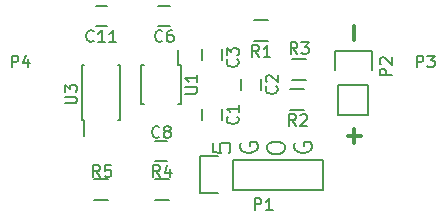
<source format=gto>
G04 #@! TF.FileFunction,Legend,Top*
%FSLAX46Y46*%
G04 Gerber Fmt 4.6, Leading zero omitted, Abs format (unit mm)*
G04 Created by KiCad (PCBNEW 4.0.1-stable) date Wednesday, August 10, 2016 'PMt' 07:00:37 PM*
%MOMM*%
G01*
G04 APERTURE LIST*
%ADD10C,0.100000*%
%ADD11C,0.200000*%
%ADD12C,0.300000*%
%ADD13C,0.150000*%
G04 APERTURE END LIST*
D10*
D11*
X206548571Y-108862856D02*
X206548571Y-109577142D01*
X207262857Y-109648571D01*
X207191429Y-109577142D01*
X207120000Y-109434285D01*
X207120000Y-109077142D01*
X207191429Y-108934285D01*
X207262857Y-108862856D01*
X207405714Y-108791428D01*
X207762857Y-108791428D01*
X207905714Y-108862856D01*
X207977143Y-108934285D01*
X208048571Y-109077142D01*
X208048571Y-109434285D01*
X207977143Y-109577142D01*
X207905714Y-109648571D01*
X208920000Y-108827143D02*
X208848571Y-108970000D01*
X208848571Y-109184286D01*
X208920000Y-109398571D01*
X209062857Y-109541429D01*
X209205714Y-109612857D01*
X209491429Y-109684286D01*
X209705714Y-109684286D01*
X209991429Y-109612857D01*
X210134286Y-109541429D01*
X210277143Y-109398571D01*
X210348571Y-109184286D01*
X210348571Y-109041429D01*
X210277143Y-108827143D01*
X210205714Y-108755714D01*
X209705714Y-108755714D01*
X209705714Y-109041429D01*
X211148571Y-109362857D02*
X211148571Y-109077143D01*
X211220000Y-108934285D01*
X211362857Y-108791428D01*
X211648571Y-108720000D01*
X212148571Y-108720000D01*
X212434286Y-108791428D01*
X212577143Y-108934285D01*
X212648571Y-109077143D01*
X212648571Y-109362857D01*
X212577143Y-109505714D01*
X212434286Y-109648571D01*
X212148571Y-109720000D01*
X211648571Y-109720000D01*
X211362857Y-109648571D01*
X211220000Y-109505714D01*
X211148571Y-109362857D01*
X213520000Y-108827143D02*
X213448571Y-108970000D01*
X213448571Y-109184286D01*
X213520000Y-109398571D01*
X213662857Y-109541429D01*
X213805714Y-109612857D01*
X214091429Y-109684286D01*
X214305714Y-109684286D01*
X214591429Y-109612857D01*
X214734286Y-109541429D01*
X214877143Y-109398571D01*
X214948571Y-109184286D01*
X214948571Y-109041429D01*
X214877143Y-108827143D01*
X214805714Y-108755714D01*
X214305714Y-108755714D01*
X214305714Y-109041429D01*
D12*
X218547143Y-108814571D02*
X218547143Y-107671714D01*
X219118571Y-108243143D02*
X217975714Y-108243143D01*
X218547143Y-100100286D02*
X218547143Y-98957429D01*
D13*
X208280000Y-112776000D02*
X215900000Y-112776000D01*
X208280000Y-110236000D02*
X215900000Y-110236000D01*
X205460000Y-109956000D02*
X207010000Y-109956000D01*
X215900000Y-112776000D02*
X215900000Y-110236000D01*
X208280000Y-110236000D02*
X208280000Y-112776000D01*
X207010000Y-113056000D02*
X205460000Y-113056000D01*
X205460000Y-113056000D02*
X205460000Y-109956000D01*
X196504000Y-111901000D02*
X197704000Y-111901000D01*
X197704000Y-113651000D02*
X196504000Y-113651000D01*
X197620000Y-97194000D02*
X196620000Y-97194000D01*
X196620000Y-98894000D02*
X197620000Y-98894000D01*
X205652000Y-100830000D02*
X205652000Y-101830000D01*
X207352000Y-101830000D02*
X207352000Y-100830000D01*
X195479000Y-106875000D02*
X195679000Y-106875000D01*
X195479000Y-102225000D02*
X195679000Y-102225000D01*
X198729000Y-102225000D02*
X198529000Y-102225000D01*
X198729000Y-106875000D02*
X198529000Y-106875000D01*
X195479000Y-106875000D02*
X195479000Y-102225000D01*
X198729000Y-106875000D02*
X198729000Y-102225000D01*
X195679000Y-106875000D02*
X195679000Y-108225000D01*
X205652000Y-105910000D02*
X205652000Y-106910000D01*
X207352000Y-106910000D02*
X207352000Y-105910000D01*
X208954000Y-103370000D02*
X208954000Y-104370000D01*
X210654000Y-104370000D02*
X210654000Y-103370000D01*
X201922000Y-98894000D02*
X202922000Y-98894000D01*
X202922000Y-97194000D02*
X201922000Y-97194000D01*
X201684000Y-110324000D02*
X202684000Y-110324000D01*
X202684000Y-108624000D02*
X201684000Y-108624000D01*
X219710000Y-103886000D02*
X219710000Y-106426000D01*
X219990000Y-101066000D02*
X219990000Y-102616000D01*
X219710000Y-103886000D02*
X217170000Y-103886000D01*
X216890000Y-102616000D02*
X216890000Y-101066000D01*
X216890000Y-101066000D02*
X219990000Y-101066000D01*
X217170000Y-103886000D02*
X217170000Y-106426000D01*
X217170000Y-106426000D02*
X219710000Y-106426000D01*
X210032000Y-98439000D02*
X211232000Y-98439000D01*
X211232000Y-100189000D02*
X210032000Y-100189000D01*
X213080000Y-104281000D02*
X214280000Y-104281000D01*
X214280000Y-106031000D02*
X213080000Y-106031000D01*
X213268000Y-101741000D02*
X214468000Y-101741000D01*
X214468000Y-103491000D02*
X213268000Y-103491000D01*
X201650000Y-111901000D02*
X202850000Y-111901000D01*
X202850000Y-113651000D02*
X201650000Y-113651000D01*
X203859000Y-102211000D02*
X203609000Y-102211000D01*
X203859000Y-105561000D02*
X203609000Y-105561000D01*
X200509000Y-105561000D02*
X200759000Y-105561000D01*
X200509000Y-102211000D02*
X200759000Y-102211000D01*
X203859000Y-102211000D02*
X203859000Y-105561000D01*
X200509000Y-102211000D02*
X200509000Y-105561000D01*
X203609000Y-102211000D02*
X203609000Y-100961000D01*
X210081905Y-114498381D02*
X210081905Y-113498381D01*
X210462858Y-113498381D01*
X210558096Y-113546000D01*
X210605715Y-113593619D01*
X210653334Y-113688857D01*
X210653334Y-113831714D01*
X210605715Y-113926952D01*
X210558096Y-113974571D01*
X210462858Y-114022190D01*
X210081905Y-114022190D01*
X211605715Y-114498381D02*
X211034286Y-114498381D01*
X211320000Y-114498381D02*
X211320000Y-113498381D01*
X211224762Y-113641238D01*
X211129524Y-113736476D01*
X211034286Y-113784095D01*
X197003334Y-111704381D02*
X196670000Y-111228190D01*
X196431905Y-111704381D02*
X196431905Y-110704381D01*
X196812858Y-110704381D01*
X196908096Y-110752000D01*
X196955715Y-110799619D01*
X197003334Y-110894857D01*
X197003334Y-111037714D01*
X196955715Y-111132952D01*
X196908096Y-111180571D01*
X196812858Y-111228190D01*
X196431905Y-111228190D01*
X197908096Y-110704381D02*
X197431905Y-110704381D01*
X197384286Y-111180571D01*
X197431905Y-111132952D01*
X197527143Y-111085333D01*
X197765239Y-111085333D01*
X197860477Y-111132952D01*
X197908096Y-111180571D01*
X197955715Y-111275810D01*
X197955715Y-111513905D01*
X197908096Y-111609143D01*
X197860477Y-111656762D01*
X197765239Y-111704381D01*
X197527143Y-111704381D01*
X197431905Y-111656762D01*
X197384286Y-111609143D01*
X196461143Y-100179143D02*
X196413524Y-100226762D01*
X196270667Y-100274381D01*
X196175429Y-100274381D01*
X196032571Y-100226762D01*
X195937333Y-100131524D01*
X195889714Y-100036286D01*
X195842095Y-99845810D01*
X195842095Y-99702952D01*
X195889714Y-99512476D01*
X195937333Y-99417238D01*
X196032571Y-99322000D01*
X196175429Y-99274381D01*
X196270667Y-99274381D01*
X196413524Y-99322000D01*
X196461143Y-99369619D01*
X197413524Y-100274381D02*
X196842095Y-100274381D01*
X197127809Y-100274381D02*
X197127809Y-99274381D01*
X197032571Y-99417238D01*
X196937333Y-99512476D01*
X196842095Y-99560095D01*
X198365905Y-100274381D02*
X197794476Y-100274381D01*
X198080190Y-100274381D02*
X198080190Y-99274381D01*
X197984952Y-99417238D01*
X197889714Y-99512476D01*
X197794476Y-99560095D01*
X208637143Y-101750666D02*
X208684762Y-101798285D01*
X208732381Y-101941142D01*
X208732381Y-102036380D01*
X208684762Y-102179238D01*
X208589524Y-102274476D01*
X208494286Y-102322095D01*
X208303810Y-102369714D01*
X208160952Y-102369714D01*
X207970476Y-102322095D01*
X207875238Y-102274476D01*
X207780000Y-102179238D01*
X207732381Y-102036380D01*
X207732381Y-101941142D01*
X207780000Y-101798285D01*
X207827619Y-101750666D01*
X207732381Y-101417333D02*
X207732381Y-100798285D01*
X208113333Y-101131619D01*
X208113333Y-100988761D01*
X208160952Y-100893523D01*
X208208571Y-100845904D01*
X208303810Y-100798285D01*
X208541905Y-100798285D01*
X208637143Y-100845904D01*
X208684762Y-100893523D01*
X208732381Y-100988761D01*
X208732381Y-101274476D01*
X208684762Y-101369714D01*
X208637143Y-101417333D01*
X194057381Y-105467905D02*
X194866905Y-105467905D01*
X194962143Y-105420286D01*
X195009762Y-105372667D01*
X195057381Y-105277429D01*
X195057381Y-105086952D01*
X195009762Y-104991714D01*
X194962143Y-104944095D01*
X194866905Y-104896476D01*
X194057381Y-104896476D01*
X194057381Y-104515524D02*
X194057381Y-103896476D01*
X194438333Y-104229810D01*
X194438333Y-104086952D01*
X194485952Y-103991714D01*
X194533571Y-103944095D01*
X194628810Y-103896476D01*
X194866905Y-103896476D01*
X194962143Y-103944095D01*
X195009762Y-103991714D01*
X195057381Y-104086952D01*
X195057381Y-104372667D01*
X195009762Y-104467905D01*
X194962143Y-104515524D01*
X208637143Y-106592666D02*
X208684762Y-106640285D01*
X208732381Y-106783142D01*
X208732381Y-106878380D01*
X208684762Y-107021238D01*
X208589524Y-107116476D01*
X208494286Y-107164095D01*
X208303810Y-107211714D01*
X208160952Y-107211714D01*
X207970476Y-107164095D01*
X207875238Y-107116476D01*
X207780000Y-107021238D01*
X207732381Y-106878380D01*
X207732381Y-106783142D01*
X207780000Y-106640285D01*
X207827619Y-106592666D01*
X208732381Y-105640285D02*
X208732381Y-106211714D01*
X208732381Y-105926000D02*
X207732381Y-105926000D01*
X207875238Y-106021238D01*
X207970476Y-106116476D01*
X208018095Y-106211714D01*
X211939143Y-104036666D02*
X211986762Y-104084285D01*
X212034381Y-104227142D01*
X212034381Y-104322380D01*
X211986762Y-104465238D01*
X211891524Y-104560476D01*
X211796286Y-104608095D01*
X211605810Y-104655714D01*
X211462952Y-104655714D01*
X211272476Y-104608095D01*
X211177238Y-104560476D01*
X211082000Y-104465238D01*
X211034381Y-104322380D01*
X211034381Y-104227142D01*
X211082000Y-104084285D01*
X211129619Y-104036666D01*
X211129619Y-103655714D02*
X211082000Y-103608095D01*
X211034381Y-103512857D01*
X211034381Y-103274761D01*
X211082000Y-103179523D01*
X211129619Y-103131904D01*
X211224857Y-103084285D01*
X211320095Y-103084285D01*
X211462952Y-103131904D01*
X212034381Y-103703333D01*
X212034381Y-103084285D01*
X202271334Y-100179143D02*
X202223715Y-100226762D01*
X202080858Y-100274381D01*
X201985620Y-100274381D01*
X201842762Y-100226762D01*
X201747524Y-100131524D01*
X201699905Y-100036286D01*
X201652286Y-99845810D01*
X201652286Y-99702952D01*
X201699905Y-99512476D01*
X201747524Y-99417238D01*
X201842762Y-99322000D01*
X201985620Y-99274381D01*
X202080858Y-99274381D01*
X202223715Y-99322000D01*
X202271334Y-99369619D01*
X203128477Y-99274381D02*
X202938000Y-99274381D01*
X202842762Y-99322000D01*
X202795143Y-99369619D01*
X202699905Y-99512476D01*
X202652286Y-99702952D01*
X202652286Y-100083905D01*
X202699905Y-100179143D01*
X202747524Y-100226762D01*
X202842762Y-100274381D01*
X203033239Y-100274381D01*
X203128477Y-100226762D01*
X203176096Y-100179143D01*
X203223715Y-100083905D01*
X203223715Y-99845810D01*
X203176096Y-99750571D01*
X203128477Y-99702952D01*
X203033239Y-99655333D01*
X202842762Y-99655333D01*
X202747524Y-99702952D01*
X202699905Y-99750571D01*
X202652286Y-99845810D01*
X202017334Y-108307143D02*
X201969715Y-108354762D01*
X201826858Y-108402381D01*
X201731620Y-108402381D01*
X201588762Y-108354762D01*
X201493524Y-108259524D01*
X201445905Y-108164286D01*
X201398286Y-107973810D01*
X201398286Y-107830952D01*
X201445905Y-107640476D01*
X201493524Y-107545238D01*
X201588762Y-107450000D01*
X201731620Y-107402381D01*
X201826858Y-107402381D01*
X201969715Y-107450000D01*
X202017334Y-107497619D01*
X202588762Y-107830952D02*
X202493524Y-107783333D01*
X202445905Y-107735714D01*
X202398286Y-107640476D01*
X202398286Y-107592857D01*
X202445905Y-107497619D01*
X202493524Y-107450000D01*
X202588762Y-107402381D01*
X202779239Y-107402381D01*
X202874477Y-107450000D01*
X202922096Y-107497619D01*
X202969715Y-107592857D01*
X202969715Y-107640476D01*
X202922096Y-107735714D01*
X202874477Y-107783333D01*
X202779239Y-107830952D01*
X202588762Y-107830952D01*
X202493524Y-107878571D01*
X202445905Y-107926190D01*
X202398286Y-108021429D01*
X202398286Y-108211905D01*
X202445905Y-108307143D01*
X202493524Y-108354762D01*
X202588762Y-108402381D01*
X202779239Y-108402381D01*
X202874477Y-108354762D01*
X202922096Y-108307143D01*
X202969715Y-108211905D01*
X202969715Y-108021429D01*
X202922096Y-107926190D01*
X202874477Y-107878571D01*
X202779239Y-107830952D01*
X221686381Y-103100095D02*
X220686381Y-103100095D01*
X220686381Y-102719142D01*
X220734000Y-102623904D01*
X220781619Y-102576285D01*
X220876857Y-102528666D01*
X221019714Y-102528666D01*
X221114952Y-102576285D01*
X221162571Y-102623904D01*
X221210190Y-102719142D01*
X221210190Y-103100095D01*
X220781619Y-102147714D02*
X220734000Y-102100095D01*
X220686381Y-102004857D01*
X220686381Y-101766761D01*
X220734000Y-101671523D01*
X220781619Y-101623904D01*
X220876857Y-101576285D01*
X220972095Y-101576285D01*
X221114952Y-101623904D01*
X221686381Y-102195333D01*
X221686381Y-101576285D01*
X210465334Y-101544381D02*
X210132000Y-101068190D01*
X209893905Y-101544381D02*
X209893905Y-100544381D01*
X210274858Y-100544381D01*
X210370096Y-100592000D01*
X210417715Y-100639619D01*
X210465334Y-100734857D01*
X210465334Y-100877714D01*
X210417715Y-100972952D01*
X210370096Y-101020571D01*
X210274858Y-101068190D01*
X209893905Y-101068190D01*
X211417715Y-101544381D02*
X210846286Y-101544381D01*
X211132000Y-101544381D02*
X211132000Y-100544381D01*
X211036762Y-100687238D01*
X210941524Y-100782476D01*
X210846286Y-100830095D01*
X213579334Y-107386381D02*
X213246000Y-106910190D01*
X213007905Y-107386381D02*
X213007905Y-106386381D01*
X213388858Y-106386381D01*
X213484096Y-106434000D01*
X213531715Y-106481619D01*
X213579334Y-106576857D01*
X213579334Y-106719714D01*
X213531715Y-106814952D01*
X213484096Y-106862571D01*
X213388858Y-106910190D01*
X213007905Y-106910190D01*
X213960286Y-106481619D02*
X214007905Y-106434000D01*
X214103143Y-106386381D01*
X214341239Y-106386381D01*
X214436477Y-106434000D01*
X214484096Y-106481619D01*
X214531715Y-106576857D01*
X214531715Y-106672095D01*
X214484096Y-106814952D01*
X213912667Y-107386381D01*
X214531715Y-107386381D01*
X213701334Y-101290381D02*
X213368000Y-100814190D01*
X213129905Y-101290381D02*
X213129905Y-100290381D01*
X213510858Y-100290381D01*
X213606096Y-100338000D01*
X213653715Y-100385619D01*
X213701334Y-100480857D01*
X213701334Y-100623714D01*
X213653715Y-100718952D01*
X213606096Y-100766571D01*
X213510858Y-100814190D01*
X213129905Y-100814190D01*
X214034667Y-100290381D02*
X214653715Y-100290381D01*
X214320381Y-100671333D01*
X214463239Y-100671333D01*
X214558477Y-100718952D01*
X214606096Y-100766571D01*
X214653715Y-100861810D01*
X214653715Y-101099905D01*
X214606096Y-101195143D01*
X214558477Y-101242762D01*
X214463239Y-101290381D01*
X214177524Y-101290381D01*
X214082286Y-101242762D01*
X214034667Y-101195143D01*
X202083334Y-111704381D02*
X201750000Y-111228190D01*
X201511905Y-111704381D02*
X201511905Y-110704381D01*
X201892858Y-110704381D01*
X201988096Y-110752000D01*
X202035715Y-110799619D01*
X202083334Y-110894857D01*
X202083334Y-111037714D01*
X202035715Y-111132952D01*
X201988096Y-111180571D01*
X201892858Y-111228190D01*
X201511905Y-111228190D01*
X202940477Y-111037714D02*
X202940477Y-111704381D01*
X202702381Y-110656762D02*
X202464286Y-111371048D01*
X203083334Y-111371048D01*
X223797905Y-102424381D02*
X223797905Y-101424381D01*
X224178858Y-101424381D01*
X224274096Y-101472000D01*
X224321715Y-101519619D01*
X224369334Y-101614857D01*
X224369334Y-101757714D01*
X224321715Y-101852952D01*
X224274096Y-101900571D01*
X224178858Y-101948190D01*
X223797905Y-101948190D01*
X224702667Y-101424381D02*
X225321715Y-101424381D01*
X224988381Y-101805333D01*
X225131239Y-101805333D01*
X225226477Y-101852952D01*
X225274096Y-101900571D01*
X225321715Y-101995810D01*
X225321715Y-102233905D01*
X225274096Y-102329143D01*
X225226477Y-102376762D01*
X225131239Y-102424381D01*
X224845524Y-102424381D01*
X224750286Y-102376762D01*
X224702667Y-102329143D01*
X189507905Y-102424381D02*
X189507905Y-101424381D01*
X189888858Y-101424381D01*
X189984096Y-101472000D01*
X190031715Y-101519619D01*
X190079334Y-101614857D01*
X190079334Y-101757714D01*
X190031715Y-101852952D01*
X189984096Y-101900571D01*
X189888858Y-101948190D01*
X189507905Y-101948190D01*
X190936477Y-101757714D02*
X190936477Y-102424381D01*
X190698381Y-101376762D02*
X190460286Y-102091048D01*
X191079334Y-102091048D01*
X204236381Y-104647905D02*
X205045905Y-104647905D01*
X205141143Y-104600286D01*
X205188762Y-104552667D01*
X205236381Y-104457429D01*
X205236381Y-104266952D01*
X205188762Y-104171714D01*
X205141143Y-104124095D01*
X205045905Y-104076476D01*
X204236381Y-104076476D01*
X205236381Y-103076476D02*
X205236381Y-103647905D01*
X205236381Y-103362191D02*
X204236381Y-103362191D01*
X204379238Y-103457429D01*
X204474476Y-103552667D01*
X204522095Y-103647905D01*
M02*

</source>
